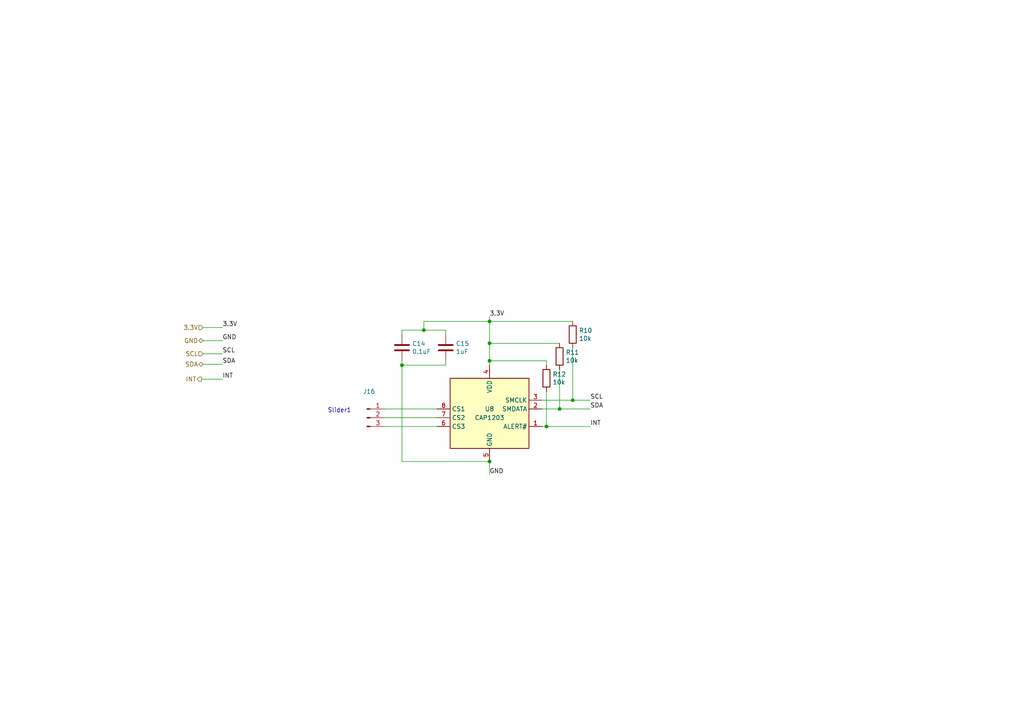
<source format=kicad_sch>
(kicad_sch (version 20211123) (generator eeschema)
  (paper "A4")
  (lib_symbols
    (symbol "Connector:Conn_01x03_Male" (pin_names (offset 1.016) hide)
      (property "Reference" "J" (at 0 5.08 0))
      (property "Value" "Conn_01x03_Male" (at 0 -5.08 0))
      (symbol "Conn_01x03_Male_1_1"
        (polyline (pts (xy 1.27 -2.54) (xy 0.8636 -2.54)) (stroke (width 0.1524)))
        (polyline (pts (xy 1.27 0) (xy 0.8636 0)) (stroke (width 0.1524)))
        (polyline (pts (xy 1.27 2.54) (xy 0.8636 2.54)) (stroke (width 0.1524)))
        (rectangle (start 0.8636 -2.413) (end 0 -2.667) (stroke (width 0.1524)) (fill (type outline)))
        (rectangle (start 0.8636 0.127) (end 0 -0.127) (stroke (width 0.1524)) (fill (type outline)))
        (rectangle (start 0.8636 2.667) (end 0 2.413) (stroke (width 0.1524)) (fill (type outline)))
        (pin passive line (at 5.08 2.54 180) (length 3.81) (name "Pin_1") (number "1"))
        (pin passive line (at 5.08 0 180) (length 3.81) (name "Pin_2") (number "2"))
        (pin passive line (at 5.08 -2.54 180) (length 3.81) (name "Pin_3") (number "3"))
      )
    )
    (symbol "Device:C" (pin_numbers hide) (pin_names (offset 0.254))
      (property "Reference" "C" (at 0.635 2.54 0))
      (property "Value" "C" (at 0.635 -2.54 0))
      (symbol "C_0_1"
        (polyline (pts (xy -2.032 -0.762) (xy 2.032 -0.762)) (stroke (width 0.508)))
        (polyline (pts (xy -2.032 0.762) (xy 2.032 0.762)) (stroke (width 0.508)))
      )
      (symbol "C_1_1"
        (pin passive line (at 0 3.81 270) (length 2.794) (name "~") (number "1"))
        (pin passive line (at 0 -3.81 90) (length 2.794) (name "~") (number "2"))
      )
    )
    (symbol "Device:R" (pin_numbers hide) (pin_names (offset 0))
      (property "Reference" "R" (at 2.032 0 90))
      (property "Value" "R" (at 0 0 90))
      (symbol "R_0_1"
        (rectangle (start -1.016 -2.54) (end 1.016 2.54) (stroke (width 0.254)))
      )
      (symbol "R_1_1"
        (pin passive line (at 0 3.81 270) (length 1.27) (name "~") (number "1"))
        (pin passive line (at 0 -3.81 90) (length 1.27) (name "~") (number "2"))
      )
    )
    (symbol "mysymbol:CAP1203"
      (property "Reference" "U1" (at 0 2.54 0))
      (property "Value" "CAP1203" (at 0 0 0))
      (symbol "CAP1203_0_1"
        (rectangle (start -11.43 11.43) (end 11.43 -8.89) (stroke (width 0.254)) (fill (type background)))
      )
      (symbol "CAP1203_1_1"
        (pin open_collector line (at 15.24 -2.54 180) (length 3.81) (name "ALERT#") (number "1"))
        (pin bidirectional line (at 15.24 2.54 180) (length 3.81) (name "SMDATA") (number "2"))
        (pin input line (at 15.24 5.08 180) (length 3.81) (name "SMCLK") (number "3"))
        (pin power_in line (at 0 15.24 270) (length 3.81) (name "VDD") (number "4"))
        (pin power_in line (at 0 -12.7 90) (length 3.81) (name "GND") (number "5"))
        (pin passive line (at -15.24 -2.54 0) (length 3.81) (name "CS3") (number "6"))
        (pin passive line (at -15.24 0 0) (length 3.81) (name "CS2") (number "7"))
        (pin passive line (at -15.24 2.54 0) (length 3.81) (name "CS1") (number "8"))
      )
    )
  )
  (junction (at 116.586 105.918))
  (junction (at 141.986 93.218))
  (junction (at 141.986 104.648))
  (junction (at 122.936 95.758))
  (junction (at 162.306 118.618))
  (junction (at 141.986 133.858))
  (junction (at 166.116 116.078))
  (junction (at 141.986 99.568))
  (junction (at 158.496 123.698))
  (wire (pts (xy 129.286 95.758) (xy 129.286 97.028)))
  (wire (pts (xy 129.286 105.918) (xy 129.286 104.648)))
  (wire (pts (xy 111.506 123.698) (xy 126.746 123.698)))
  (wire (pts (xy 116.586 104.648) (xy 116.586 105.918)))
  (wire (pts (xy 116.586 105.918) (xy 116.586 133.858)))
  (wire (pts (xy 162.306 118.618) (xy 171.196 118.618)))
  (wire (pts (xy 141.986 133.858) (xy 141.986 137.668)))
  (wire (pts (xy 141.986 99.568) (xy 162.306 99.568)))
  (wire (pts (xy 162.306 107.188) (xy 162.306 118.618)))
  (wire (pts (xy 158.496 123.698) (xy 171.196 123.698)))
  (wire (pts (xy 122.936 95.758) (xy 122.936 93.218)))
  (wire (pts (xy 166.116 100.838) (xy 166.116 116.078)))
  (wire (pts (xy 116.586 95.758) (xy 122.936 95.758)))
  (wire (pts (xy 122.936 93.218) (xy 141.986 93.218)))
  (wire (pts (xy 58.928 98.806) (xy 64.516 98.806)))
  (wire (pts (xy 58.928 94.996) (xy 64.516 94.996)))
  (wire (pts (xy 111.506 121.158) (xy 126.746 121.158)))
  (wire (pts (xy 158.496 113.538) (xy 158.496 123.698)))
  (wire (pts (xy 141.986 99.568) (xy 141.986 104.648)))
  (wire (pts (xy 157.226 123.698) (xy 158.496 123.698)))
  (wire (pts (xy 116.586 133.858) (xy 141.986 133.858)))
  (wire (pts (xy 157.226 116.078) (xy 166.116 116.078)))
  (wire (pts (xy 157.226 118.618) (xy 162.306 118.618)))
  (wire (pts (xy 141.986 93.218) (xy 141.986 99.568)))
  (wire (pts (xy 141.986 91.948) (xy 141.986 93.218)))
  (wire (pts (xy 111.506 118.618) (xy 126.746 118.618)))
  (wire (pts (xy 116.586 105.918) (xy 129.286 105.918)))
  (wire (pts (xy 122.936 95.758) (xy 129.286 95.758)))
  (wire (pts (xy 58.928 102.616) (xy 64.516 102.616)))
  (wire (pts (xy 158.496 104.648) (xy 158.496 105.918)))
  (wire (pts (xy 166.116 116.078) (xy 171.196 116.078)))
  (wire (pts (xy 141.986 104.648) (xy 158.496 104.648)))
  (wire (pts (xy 141.986 93.218) (xy 166.116 93.218)))
  (wire (pts (xy 58.42 109.982) (xy 64.516 109.982)))
  (wire (pts (xy 58.928 105.664) (xy 64.516 105.664)))
  (wire (pts (xy 116.586 95.758) (xy 116.586 97.028)))
  (wire (pts (xy 141.986 104.648) (xy 141.986 105.918)))
  (text "Slider1" (at 94.996 119.888 0) (effects (font (size 1.27 1.27)) (justify left bottom)))
  (label "INT" (at 64.516 109.982 0))
  (label "SCL" (at 64.516 102.616 0))
  (label "SDA" (at 64.516 105.664 0))
  (label "INT" (at 171.196 123.698 0))
  (label "GND" (at 141.986 137.668 0))
  (label "SCL" (at 171.196 116.078 0))
  (label "3.3V" (at 64.516 94.996 0))
  (label "SDA" (at 171.196 118.618 0))
  (label "3.3V" (at 141.986 91.948 0))
  (label "GND" (at 64.516 98.806 0))
  (hierarchical_label "3.3V" (shape input) (at 58.928 94.996 180))
  (hierarchical_label "INT" (shape output) (at 58.42 109.982 180))
  (hierarchical_label "SDA" (shape bidirectional) (at 58.928 105.664 180))
  (hierarchical_label "GND" (shape bidirectional) (at 58.928 98.806 180))
  (hierarchical_label "SCL" (shape input) (at 58.928 102.616 180))
  (symbol (lib_id "Device:R") (at 158.496 109.728 0) (unit 1)
    (property "Reference" "R12" (at 160.274 108.5596 0) (effects (justify left)))
    (property "Value" "10k" (at 160.274 110.871 0) (effects (justify left)))
    (property "Footprint" "Resistor_SMD:R_0603_1608Metric" (effects hide))
  )
  (symbol (lib_id "Device:C") (at 129.286 100.838 0) (unit 1)
    (property "Reference" "C15" (at 132.207 99.6696 0) (effects (justify left)))
    (property "Value" "1uF" (at 132.207 101.981 0) (effects (justify left)))
    (property "Footprint" "Capacitor_SMD:C_0603_1608Metric" (effects hide))
  )
  (symbol (lib_id "Connector:Conn_01x03_Male") (at 106.426 121.158 0) (unit 1)
    (property "Reference" "J16" (at 107.061 113.538 0))
    (property "Value" "Conn_01x03_Male" (effects hide))
    (property "Footprint" "mylib:TouchSlider-3_36x10mm" (effects hide))
  )
  (symbol (lib_id "Device:C") (at 116.586 100.838 0) (unit 1)
    (property "Reference" "C14" (at 119.507 99.6696 0) (effects (justify left)))
    (property "Value" "0.1uF" (at 119.507 101.981 0) (effects (justify left)))
    (property "Footprint" "Capacitor_SMD:C_0603_1608Metric" (effects hide))
  )
  (symbol (lib_id "Device:R") (at 166.116 97.028 0) (unit 1)
    (property "Reference" "R10" (at 167.894 95.8596 0) (effects (justify left)))
    (property "Value" "10k" (at 167.894 98.171 0) (effects (justify left)))
    (property "Footprint" "Resistor_SMD:R_0603_1608Metric" (effects hide))
  )
  (symbol (lib_id "mysymbol:CAP1203") (at 141.986 121.158 0) (unit 1)
    (property "Reference" "U8" (at 141.986 118.618 0))
    (property "Value" "CAP1203" (at 141.986 121.158 0))
    (property "Footprint" "Package_SO:SOIC-8_3.9x4.9mm_P1.27mm" (effects hide))
    (property "Datasheet" "https://ww1.microchip.com/downloads/en/DeviceDoc/00001572B.pdf" (effects hide))
  )
  (symbol (lib_id "Device:R") (at 162.306 103.378 0) (unit 1)
    (property "Reference" "R11" (at 164.084 102.2096 0) (effects (justify left)))
    (property "Value" "10k" (at 164.084 104.521 0) (effects (justify left)))
    (property "Footprint" "Resistor_SMD:R_0603_1608Metric" (effects hide))
  )
)
</source>
